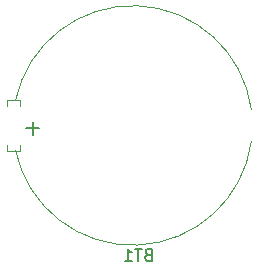
<source format=gbr>
%TF.GenerationSoftware,KiCad,Pcbnew,8.0.3*%
%TF.CreationDate,2024-08-11T15:35:30-05:00*%
%TF.ProjectId,tetrisBusinessCard,74657472-6973-4427-9573-696e65737343,rev?*%
%TF.SameCoordinates,Original*%
%TF.FileFunction,Legend,Bot*%
%TF.FilePolarity,Positive*%
%FSLAX46Y46*%
G04 Gerber Fmt 4.6, Leading zero omitted, Abs format (unit mm)*
G04 Created by KiCad (PCBNEW 8.0.3) date 2024-08-11 15:35:30*
%MOMM*%
%LPD*%
G01*
G04 APERTURE LIST*
%ADD10C,0.150000*%
%ADD11C,0.120000*%
G04 APERTURE END LIST*
D10*
X191395714Y-86181009D02*
X191252857Y-86228628D01*
X191252857Y-86228628D02*
X191205238Y-86276247D01*
X191205238Y-86276247D02*
X191157619Y-86371485D01*
X191157619Y-86371485D02*
X191157619Y-86514342D01*
X191157619Y-86514342D02*
X191205238Y-86609580D01*
X191205238Y-86609580D02*
X191252857Y-86657200D01*
X191252857Y-86657200D02*
X191348095Y-86704819D01*
X191348095Y-86704819D02*
X191729047Y-86704819D01*
X191729047Y-86704819D02*
X191729047Y-85704819D01*
X191729047Y-85704819D02*
X191395714Y-85704819D01*
X191395714Y-85704819D02*
X191300476Y-85752438D01*
X191300476Y-85752438D02*
X191252857Y-85800057D01*
X191252857Y-85800057D02*
X191205238Y-85895295D01*
X191205238Y-85895295D02*
X191205238Y-85990533D01*
X191205238Y-85990533D02*
X191252857Y-86085771D01*
X191252857Y-86085771D02*
X191300476Y-86133390D01*
X191300476Y-86133390D02*
X191395714Y-86181009D01*
X191395714Y-86181009D02*
X191729047Y-86181009D01*
X190871904Y-85704819D02*
X190300476Y-85704819D01*
X190586190Y-86704819D02*
X190586190Y-85704819D01*
X189443333Y-86704819D02*
X190014761Y-86704819D01*
X189729047Y-86704819D02*
X189729047Y-85704819D01*
X189729047Y-85704819D02*
X189824285Y-85847676D01*
X189824285Y-85847676D02*
X189919523Y-85942914D01*
X189919523Y-85942914D02*
X190014761Y-85990533D01*
X182213428Y-75491700D02*
X181070571Y-75491700D01*
X181641999Y-76063128D02*
X181641999Y-74920271D01*
D11*
%TO.C,BT1*%
X179460000Y-73600000D02*
X179460000Y-73100000D01*
X179460000Y-76900000D02*
X179460000Y-77400000D01*
X180610000Y-73100000D02*
X179460000Y-73100000D01*
X180610000Y-73600000D02*
X180610000Y-73100000D01*
X180610000Y-76900000D02*
X180610000Y-77400000D01*
X180610000Y-77400000D02*
X179460000Y-77400000D01*
X180200000Y-73100000D02*
G75*
G02*
X200160000Y-73900000I9909758J-2152544D01*
G01*
X200160000Y-76600000D02*
G75*
G02*
X180200000Y-77400000I-10050242J1352544D01*
G01*
%TD*%
M02*

</source>
